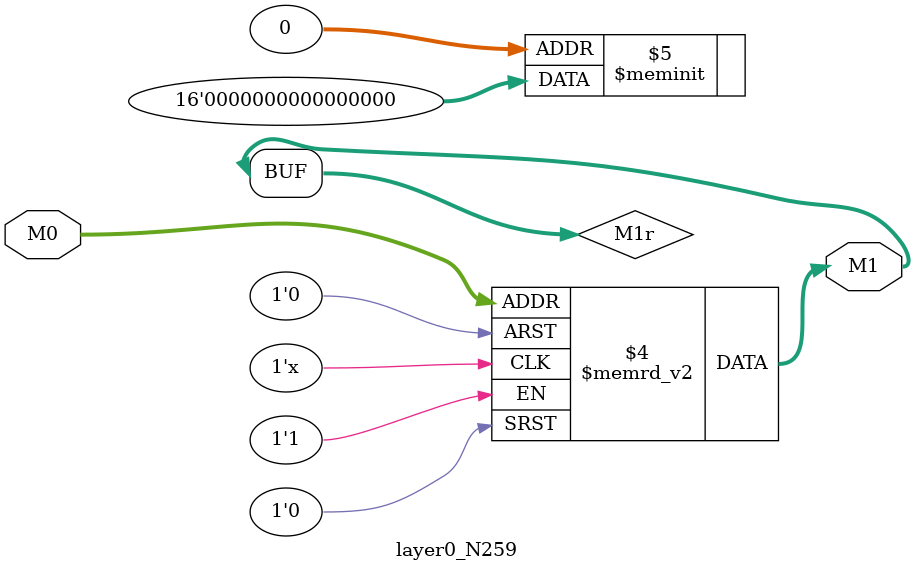
<source format=v>
module layer0_N259 ( input [2:0] M0, output [1:0] M1 );

	(*rom_style = "distributed" *) reg [1:0] M1r;
	assign M1 = M1r;
	always @ (M0) begin
		case (M0)
			3'b000: M1r = 2'b00;
			3'b100: M1r = 2'b00;
			3'b010: M1r = 2'b00;
			3'b110: M1r = 2'b00;
			3'b001: M1r = 2'b00;
			3'b101: M1r = 2'b00;
			3'b011: M1r = 2'b00;
			3'b111: M1r = 2'b00;

		endcase
	end
endmodule

</source>
